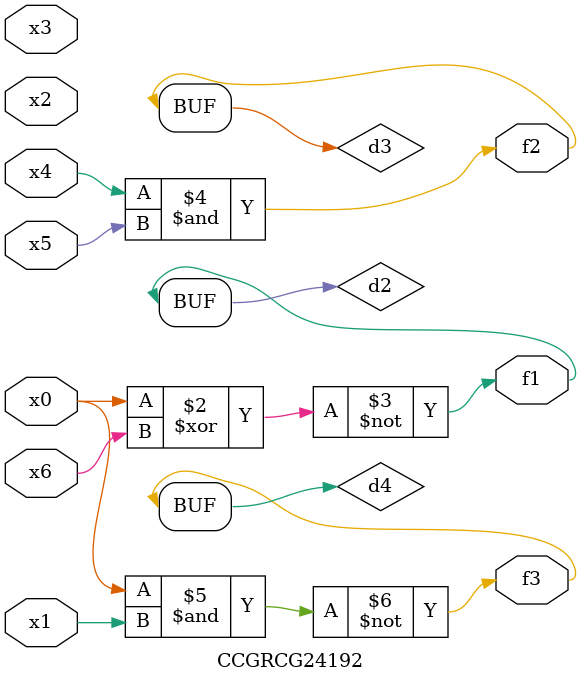
<source format=v>
module CCGRCG24192(
	input x0, x1, x2, x3, x4, x5, x6,
	output f1, f2, f3
);

	wire d1, d2, d3, d4;

	nor (d1, x0);
	xnor (d2, x0, x6);
	and (d3, x4, x5);
	nand (d4, x0, x1);
	assign f1 = d2;
	assign f2 = d3;
	assign f3 = d4;
endmodule

</source>
